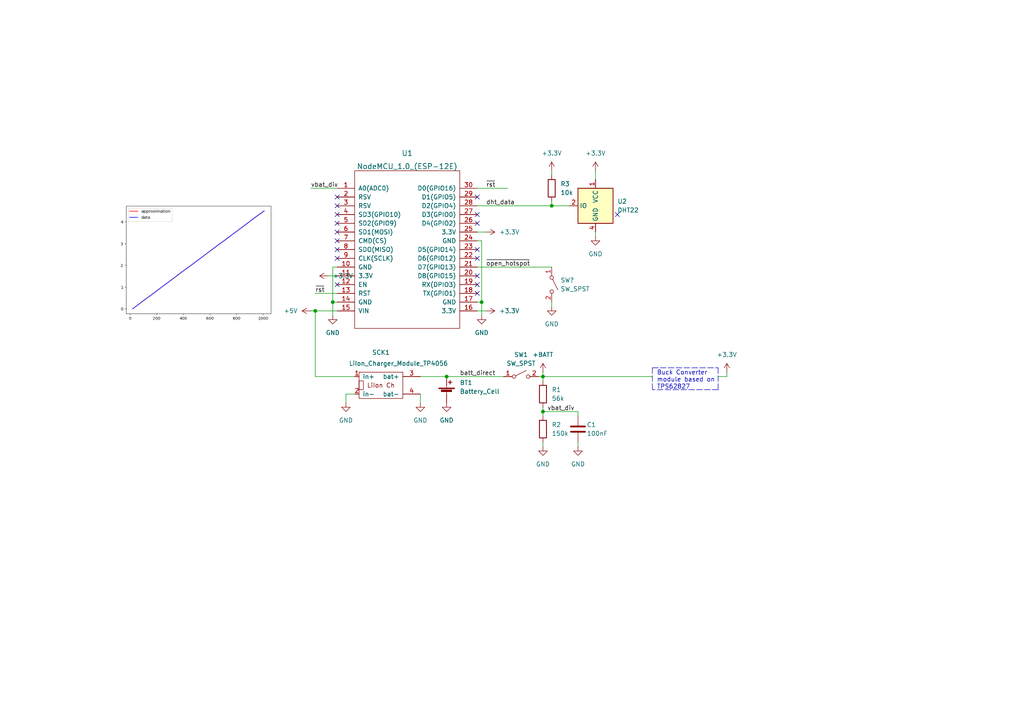
<source format=kicad_sch>
(kicad_sch (version 20211123) (generator eeschema)
  (paper "A4")
  (lib_symbols
    (symbol "Device:Battery_Cell" (pin_numbers hide) (pin_names (offset 0) hide)
      (property "Reference" "BT" (at 2.54 2.54 0))
      (property "Value" "Battery_Cell" (at 2.54 0 0))
      (symbol "Battery_Cell_0_1"
        (rectangle (start -2.286 1.778) (end 2.286 1.524) (fill (type outline)))
        (rectangle (start -1.5748 1.1938) (end 1.4732 0.6858) (fill (type outline)))
        (polyline (pts (xy 0 0.762) (xy 0 0)))
        (polyline (pts (xy 0 1.778) (xy 0 2.54)))
        (polyline (pts (xy 0.508 3.429) (xy 1.524 3.429)) (stroke (width 0.254)))
        (polyline (pts (xy 1.016 3.937) (xy 1.016 2.921)) (stroke (width 0.254)))
      )
      (symbol "Battery_Cell_1_1"
        (pin passive line (at 0 5.08 270) (length 2.54) (name "+") (number "1"))
        (pin passive line (at 0 -2.54 90) (length 2.54) (name "-") (number "2"))
      )
    )
    (symbol "Device:C" (pin_numbers hide) (pin_names (offset 0.254))
      (property "Reference" "C" (at 0.635 2.54 0))
      (property "Value" "C" (at 0.635 -2.54 0))
      (symbol "C_0_1"
        (polyline (pts (xy -2.032 -0.762) (xy 2.032 -0.762)) (stroke (width 0.508)))
        (polyline (pts (xy -2.032 0.762) (xy 2.032 0.762)) (stroke (width 0.508)))
      )
      (symbol "C_1_1"
        (pin passive line (at 0 3.81 270) (length 2.794) (name "~") (number "1"))
        (pin passive line (at 0 -3.81 90) (length 2.794) (name "~") (number "2"))
      )
    )
    (symbol "Device:R" (pin_numbers hide) (pin_names (offset 0))
      (property "Reference" "R" (at 2.032 0 90))
      (property "Value" "R" (at 0 0 90))
      (symbol "R_0_1"
        (rectangle (start -1.016 -2.54) (end 1.016 2.54) (stroke (width 0.254)))
      )
      (symbol "R_1_1"
        (pin passive line (at 0 3.81 270) (length 1.27) (name "~") (number "1"))
        (pin passive line (at 0 -3.81 90) (length 1.27) (name "~") (number "2"))
      )
    )
    (symbol "ESP8266:NodeMCU_1.0_(ESP-12E)" (pin_names (offset 1.016))
      (property "Reference" "U" (at 0 21.59 0))
      (property "Value" "NodeMCU_1.0_(ESP-12E)" (at 0 -21.59 0))
      (symbol "NodeMCU_1.0_(ESP-12E)_0_1"
        (rectangle (start -15.24 -22.86) (end 15.24 22.86))
      )
      (symbol "NodeMCU_1.0_(ESP-12E)_1_1"
        (pin input line (at -20.32 17.78 0) (length 5.08) (name "A0(ADC0)") (number "1"))
        (pin input line (at -20.32 -5.08 0) (length 5.08) (name "GND") (number "10"))
        (pin power_out line (at -20.32 -7.62 0) (length 5.08) (name "3.3V") (number "11"))
        (pin input line (at -20.32 -10.16 0) (length 5.08) (name "EN") (number "12"))
        (pin input line (at -20.32 -12.7 0) (length 5.08) (name "RST") (number "13"))
        (pin power_in line (at -20.32 -15.24 0) (length 5.08) (name "GND") (number "14"))
        (pin power_in line (at -20.32 -17.78 0) (length 5.08) (name "VIN") (number "15"))
        (pin power_out line (at 20.32 -17.78 180) (length 5.08) (name "3.3V") (number "16"))
        (pin power_in line (at 20.32 -15.24 180) (length 5.08) (name "GND") (number "17"))
        (pin bidirectional line (at 20.32 -12.7 180) (length 5.08) (name "TX(GPIO1)") (number "18"))
        (pin bidirectional line (at 20.32 -10.16 180) (length 5.08) (name "RX(DPIO3)") (number "19"))
        (pin input line (at -20.32 15.24 0) (length 5.08) (name "RSV") (number "2"))
        (pin bidirectional line (at 20.32 -7.62 180) (length 5.08) (name "D8(GPIO15)") (number "20"))
        (pin bidirectional line (at 20.32 -5.08 180) (length 5.08) (name "D7(GPIO13)") (number "21"))
        (pin bidirectional line (at 20.32 -2.54 180) (length 5.08) (name "D6(GPIO12)") (number "22"))
        (pin bidirectional line (at 20.32 0 180) (length 5.08) (name "D5(GPIO14)") (number "23"))
        (pin power_in line (at 20.32 2.54 180) (length 5.08) (name "GND") (number "24"))
        (pin power_out line (at 20.32 5.08 180) (length 5.08) (name "3.3V") (number "25"))
        (pin bidirectional line (at 20.32 7.62 180) (length 5.08) (name "D4(GPIO2)") (number "26"))
        (pin bidirectional line (at 20.32 10.16 180) (length 5.08) (name "D3(GPIO0)") (number "27"))
        (pin bidirectional line (at 20.32 12.7 180) (length 5.08) (name "D2(GPIO4)") (number "28"))
        (pin bidirectional line (at 20.32 15.24 180) (length 5.08) (name "D1(GPIO5)") (number "29"))
        (pin input line (at -20.32 12.7 0) (length 5.08) (name "RSV") (number "3"))
        (pin bidirectional line (at 20.32 17.78 180) (length 5.08) (name "D0(GPIO16)") (number "30"))
        (pin bidirectional line (at -20.32 10.16 0) (length 5.08) (name "SD3(GPIO10)") (number "4"))
        (pin bidirectional line (at -20.32 7.62 0) (length 5.08) (name "SD2(GPIO9)") (number "5"))
        (pin bidirectional line (at -20.32 5.08 0) (length 5.08) (name "SD1(MOSI)") (number "6"))
        (pin bidirectional line (at -20.32 2.54 0) (length 5.08) (name "CMD(CS)") (number "7"))
        (pin bidirectional line (at -20.32 0 0) (length 5.08) (name "SDO(MISO)") (number "8"))
        (pin bidirectional line (at -20.32 -2.54 0) (length 5.08) (name "CLK(SCLK)") (number "9"))
      )
    )
    (symbol "GND_1" (power) (pin_numbers hide) (pin_names (offset 0) hide)
      (property "Value" "GND_1" (at 0 -3.81 0))
      (symbol "GND_1_0_1"
        (polyline (pts (xy 0 0) (xy 0 -1.27) (xy 1.27 -1.27) (xy 0 -2.54) (xy -1.27 -1.27) (xy 0 -1.27)))
      )
      (symbol "GND_1_1_1"
        (pin power_in line (at 0 0 270) (length 0) hide (name "GND") (number "1"))
      )
    )
    (symbol "Sensor:DHT11"
      (property "Reference" "U" (at -3.81 6.35 0))
      (property "Value" "DHT11" (at 3.81 6.35 0))
      (symbol "DHT11_0_1"
        (rectangle (start -5.08 5.08) (end 5.08 -5.08) (stroke (width 0.254)) (fill (type background)))
      )
      (symbol "DHT11_1_1"
        (pin power_in line (at 0 7.62 270) (length 2.54) (name "VCC") (number "1"))
        (pin bidirectional line (at 7.62 0 180) (length 2.54) (name "IO") (number "2"))
        (pin no_connect line (at -5.08 0 0) (length 2.54) hide (name "NC") (number "3"))
        (pin power_in line (at 0 -7.62 90) (length 2.54) (name "GND") (number "4"))
      )
    )
    (symbol "Switch:SW_SPST" (pin_names (offset 0) hide)
      (property "Reference" "SW" (at 0 3.175 0))
      (property "Value" "SW_SPST" (at 0 -2.54 0))
      (symbol "SW_SPST_0_0"
        (circle (center -2.032 0) (radius 0.508))
        (polyline (pts (xy -1.524 0.254) (xy 1.524 1.778)))
        (circle (center 2.032 0) (radius 0.508))
      )
      (symbol "SW_SPST_1_1"
        (pin passive line (at -5.08 0 0) (length 2.54) (name "A") (number "1"))
        (pin passive line (at 5.08 0 180) (length 2.54) (name "B") (number "2"))
      )
    )
    (symbol "g7_module_kicad6:LiIon_Charger_Module_TP4056" (pin_names (offset 1.016))
      (property "Reference" "SCK?" (at 1.905 8.255 0))
      (property "Value" "LiIon_Charger_Module_TP4056" (at 1.905 5.9436 0))
      (symbol "LiIon_Charger_Module_TP4056_0_0"
        (text "LiIon Ch" (at 0 0 0) (effects (font (size 1.27 1.27))))
      )
      (symbol "LiIon_Charger_Module_TP4056_0_1"
        (rectangle (start -6.35 1.27) (end -5.08 -1.27))
        (rectangle (start -6.35 3.81) (end 6.35 -3.81))
      )
      (symbol "LiIon_Charger_Module_TP4056_1_1"
        (pin power_in line (at -7.62 2.54 0) (length 1.27) (name "in+") (number "1"))
        (pin power_in line (at -7.62 -2.54 0) (length 1.27) (name "in-") (number "2"))
        (pin power_out line (at 11.43 2.54 180) (length 5.08) (name "bat+") (number "3"))
        (pin power_in line (at 11.43 -2.54 180) (length 5.08) (name "bat-") (number "4"))
      )
    )
    (symbol "power:+3.3V" (power) (pin_names (offset 0))
      (property "Value" "+3.3V" (at 0 3.556 0))
      (symbol "+3.3V_0_1"
        (polyline (pts (xy -0.762 1.27) (xy 0 2.54)))
        (polyline (pts (xy 0 0) (xy 0 2.54)))
        (polyline (pts (xy 0 2.54) (xy 0.762 1.27)))
      )
      (symbol "+3.3V_1_1"
        (pin power_in line (at 0 0 90) (length 0) hide (name "+3.3V") (number "1"))
      )
    )
    (symbol "power:+5V" (power) (pin_names (offset 0))
      (property "Value" "+5V" (at 0 3.556 0))
      (symbol "+5V_0_1"
        (polyline (pts (xy -0.762 1.27) (xy 0 2.54)))
        (polyline (pts (xy 0 0) (xy 0 2.54)))
        (polyline (pts (xy 0 2.54) (xy 0.762 1.27)))
      )
      (symbol "+5V_1_1"
        (pin power_in line (at 0 0 90) (length 0) hide (name "+5V") (number "1"))
      )
    )
    (symbol "power:+BATT" (power) (pin_names (offset 0))
      (property "Value" "+BATT" (at 0 3.556 0))
      (symbol "+BATT_0_1"
        (polyline (pts (xy -0.762 1.27) (xy 0 2.54)))
        (polyline (pts (xy 0 0) (xy 0 2.54)))
        (polyline (pts (xy 0 2.54) (xy 0.762 1.27)))
      )
      (symbol "+BATT_1_1"
        (pin power_in line (at 0 0 90) (length 0) hide (name "+BATT") (number "1"))
      )
    )
  )
  (junction (at 160.02 59.69))
  (junction (at 139.7 87.63))
  (junction (at 91.44 90.17))
  (junction (at 129.54 109.22))
  (junction (at 96.52 87.63))
  (junction (at 157.48 119.38))
  (junction (at 157.48 109.22))
  (no_connect (at 97.79 74.93))
  (no_connect (at 138.43 72.39))
  (no_connect (at 138.43 80.01))
  (no_connect (at 138.43 74.93))
  (no_connect (at 97.79 82.55))
  (no_connect (at 97.79 62.23))
  (no_connect (at 97.79 67.31))
  (no_connect (at 97.79 64.77))
  (no_connect (at 179.07 62.23))
  (no_connect (at 97.79 72.39))
  (no_connect (at 138.43 82.55))
  (no_connect (at 97.79 57.15))
  (no_connect (at 138.43 62.23))
  (no_connect (at 97.79 69.85))
  (no_connect (at 138.43 85.09))
  (no_connect (at 138.43 64.77))
  (no_connect (at 97.79 59.69))
  (no_connect (at 138.43 57.15))
  (wire (pts (xy 96.52 77.47) (xy 96.52 87.63)))
  (wire (pts (xy 121.92 116.84) (xy 121.92 114.3)))
  (wire (pts (xy 157.48 119.38) (xy 167.64 119.38)))
  (wire (pts (xy 138.43 87.63) (xy 139.7 87.63)))
  (wire (pts (xy 160.02 58.42) (xy 160.02 59.69)))
  (wire (pts (xy 157.48 109.22) (xy 157.48 110.49)))
  (wire (pts (xy 129.54 109.22) (xy 146.05 109.22)))
  (wire (pts (xy 97.79 85.09) (xy 91.44 85.09)))
  (wire (pts (xy 138.43 69.85) (xy 139.7 69.85)))
  (wire (pts (xy 91.44 109.22) (xy 102.87 109.22)))
  (wire (pts (xy 160.02 49.53) (xy 160.02 50.8)))
  (wire (pts (xy 100.33 114.3) (xy 100.33 116.84)))
  (wire (pts (xy 97.79 77.47) (xy 96.52 77.47)))
  (wire (pts (xy 91.44 90.17) (xy 91.44 109.22)))
  (wire (pts (xy 157.48 107.95) (xy 157.48 109.22)))
  (wire (pts (xy 160.02 59.69) (xy 165.1 59.69)))
  (wire (pts (xy 96.52 87.63) (xy 97.79 87.63)))
  (wire (pts (xy 96.52 87.63) (xy 96.52 91.44)))
  (wire (pts (xy 139.7 69.85) (xy 139.7 87.63)))
  (wire (pts (xy 157.48 118.11) (xy 157.48 119.38)))
  (wire (pts (xy 172.72 67.31) (xy 172.72 68.58)))
  (polyline (pts (xy 189.23 106.68) (xy 189.23 113.03)))
  (wire (pts (xy 160.02 87.63) (xy 160.02 88.9)))
  (wire (pts (xy 156.21 109.22) (xy 157.48 109.22)))
  (wire (pts (xy 138.43 59.69) (xy 160.02 59.69)))
  (wire (pts (xy 102.87 114.3) (xy 100.33 114.3)))
  (wire (pts (xy 138.43 77.47) (xy 160.02 77.47)))
  (wire (pts (xy 95.25 80.01) (xy 97.79 80.01)))
  (wire (pts (xy 210.82 107.95) (xy 210.82 109.22)))
  (wire (pts (xy 121.92 109.22) (xy 129.54 109.22)))
  (wire (pts (xy 157.48 128.27) (xy 157.48 129.54)))
  (wire (pts (xy 139.7 87.63) (xy 139.7 91.44)))
  (wire (pts (xy 138.43 90.17) (xy 140.97 90.17)))
  (wire (pts (xy 167.64 119.38) (xy 167.64 120.65)))
  (polyline (pts (xy 189.23 106.68) (xy 208.28 106.68)))
  (wire (pts (xy 208.28 109.22) (xy 210.82 109.22)))
  (polyline (pts (xy 208.28 106.68) (xy 208.28 113.03)))
  (wire (pts (xy 138.43 67.31) (xy 140.97 67.31)))
  (wire (pts (xy 157.48 109.22) (xy 189.23 109.22)))
  (wire (pts (xy 91.44 90.17) (xy 97.79 90.17)))
  (wire (pts (xy 90.17 54.61) (xy 97.79 54.61)))
  (wire (pts (xy 138.43 54.61) (xy 147.32 54.61)))
  (polyline (pts (xy 208.28 113.03) (xy 189.23 113.03)))
  (wire (pts (xy 167.64 128.27) (xy 167.64 129.54)))
  (wire (pts (xy 172.72 49.53) (xy 172.72 52.07)))
  (wire (pts (xy 157.48 119.38) (xy 157.48 120.65)))
  (wire (pts (xy 90.17 90.17) (xy 91.44 90.17)))
  (image (at 57.15 76.2))
  (text "Buck Converter\nmodule based on\nTPS62827\n" (at 190.5 113.03 0) (effects (font (size 1.27 1.27)) (justify left bottom)))
  (label "~{rst}" (at 140.97 54.61 0))
  (label "batt_direct" (at 133.35 109.22 0))
  (label "vbat_div" (at 90.17 54.61 0))
  (label "dht_data" (at 140.97 59.69 0))
  (label "~{rst}" (at 91.44 85.09 0))
  (label "~{open_hotspot}" (at 140.97 77.47 0))
  (label "vbat_div" (at 158.75 119.38 0))
  (symbol (lib_id "power:+3.3V") (at 95.25 80.01 90) (unit 1)
    (property "Reference" "#PWR02" (effects hide))
    (property "Value" "+3.3V" (at 96.52 80.0099 90) (effects (justify right)))
  )
  (symbol (lib_name "GND_1") (lib_id "power:GND") (at 172.72 68.58 0) (unit 1)
    (property "Reference" "#PWR015" (effects hide))
    (property "Value" "GND" (at 172.72 73.66 0))
  )
  (symbol (lib_id "power:+3.3V") (at 210.82 107.95 0) (unit 1)
    (property "Reference" "#PWR018" (effects hide))
    (property "Value" "+3.3V" (at 210.82 102.87 0))
  )
  (symbol (lib_name "GND_1") (lib_id "power:GND") (at 96.52 91.44 0) (unit 1)
    (property "Reference" "#PWR03" (effects hide))
    (property "Value" "GND" (at 96.52 96.52 0))
  )
  (symbol (lib_id "Device:R") (at 157.48 124.46 0) (unit 1)
    (property "Reference" "R2" (at 160.02 123.1899 0) (effects (justify left)))
    (property "Value" "150k" (at 160.02 125.7299 0) (effects (justify left)))
    (property "Footprint" "Resistor_THT:R_Axial_DIN0309_L9.0mm_D3.2mm_P2.54mm_Vertical" (effects hide))
  )
  (symbol (lib_name "GND_1") (lib_id "power:GND") (at 100.33 116.84 0) (unit 1)
    (property "Reference" "#PWR04" (effects hide))
    (property "Value" "GND" (at 100.33 121.92 0))
  )
  (symbol (lib_id "power:+3.3V") (at 172.72 49.53 0) (unit 1)
    (property "Reference" "#PWR014" (effects hide))
    (property "Value" "+3.3V" (at 172.72 44.45 0))
  )
  (symbol (lib_name "GND_1") (lib_id "power:GND") (at 157.48 129.54 0) (unit 1)
    (property "Reference" "#PWR011" (effects hide))
    (property "Value" "GND" (at 157.48 134.62 0))
  )
  (symbol (lib_id "Sensor:DHT11") (at 172.72 59.69 0) (mirror y) (unit 1)
    (property "Reference" "U2" (at 179.07 58.4199 0) (effects (justify right)))
    (property "Value" "DHT22" (at 179.07 60.9599 0) (effects (justify right)))
    (property "Footprint" "Sensor:Aosong_DHT11_5.5x12.0_P2.54mm" (effects hide))
    (property "Datasheet" "http://akizukidenshi.com/download/ds/aosong/DHT11.pdf" (effects hide))
  )
  (symbol (lib_name "GND_1") (lib_id "power:GND") (at 167.64 129.54 0) (unit 1)
    (property "Reference" "#PWR013" (effects hide))
    (property "Value" "GND" (at 167.64 134.62 0))
  )
  (symbol (lib_name "GND_1") (lib_id "power:GND") (at 121.92 116.84 0) (unit 1)
    (property "Reference" "#PWR05" (effects hide))
    (property "Value" "GND" (at 121.92 121.92 0))
  )
  (symbol (lib_id "Device:R") (at 160.02 54.61 0) (unit 1)
    (property "Reference" "R3" (at 162.56 53.3399 0) (effects (justify left)))
    (property "Value" "10k" (at 162.56 55.8799 0) (effects (justify left)))
    (property "Footprint" "Resistor_THT:R_Axial_DIN0309_L9.0mm_D3.2mm_P2.54mm_Vertical" (effects hide))
  )
  (symbol (lib_id "power:+3.3V") (at 140.97 67.31 270) (unit 1)
    (property "Reference" "#PWR08" (effects hide))
    (property "Value" "+3.3V" (at 144.78 67.3099 90) (effects (justify left)))
  )
  (symbol (lib_name "GND_1") (lib_id "power:GND") (at 139.7 91.44 0) (unit 1)
    (property "Reference" "#PWR07" (effects hide))
    (property "Value" "GND" (at 139.7 96.52 0))
  )
  (symbol (lib_id "Device:R") (at 157.48 114.3 0) (unit 1)
    (property "Reference" "R1" (at 160.02 113.0299 0) (effects (justify left)))
    (property "Value" "56k" (at 160.02 115.5699 0) (effects (justify left)))
    (property "Footprint" "Resistor_THT:R_Axial_DIN0309_L9.0mm_D3.2mm_P2.54mm_Vertical" (effects hide))
  )
  (symbol (lib_id "Device:C") (at 167.64 124.46 0) (unit 1)
    (property "Reference" "C1" (at 170.18 123.19 0) (effects (justify left)))
    (property "Value" "100nF" (at 170.18 125.73 0) (effects (justify left)))
    (property "Footprint" "Capacitor_SMD:C_0201_0603Metric_Pad0.64x0.40mm_HandSolder" (effects hide))
  )
  (symbol (lib_id "ESP8266:NodeMCU_1.0_(ESP-12E)") (at 118.11 72.39 0) (unit 1)
    (property "Reference" "U1" (at 118.11 44.45 0) (effects (font (size 1.524 1.524))))
    (property "Value" "NodeMCU_1.0_(ESP-12E)" (at 118.11 48.26 0) (effects (font (size 1.524 1.524))))
    (property "Footprint" "g7_modules:NodeMCU1.0(12-E)" (effects hide))
  )
  (symbol (lib_id "Device:Battery_Cell") (at 129.54 114.3 0) (unit 1)
    (property "Reference" "BT1" (at 133.35 110.9979 0) (effects (justify left)))
    (property "Value" "Battery_Cell" (at 133.35 113.5379 0) (effects (justify left)))
  )
  (symbol (lib_name "GND_1") (lib_id "power:GND") (at 129.54 116.84 0) (unit 1)
    (property "Reference" "#PWR06" (effects hide))
    (property "Value" "GND" (at 129.54 121.92 0))
  )
  (symbol (lib_name "GND_1") (lib_id "power:GND") (at 160.02 88.9 0) (unit 1)
    (property "Reference" "#PWR?" (effects hide))
    (property "Value" "GND" (at 160.02 93.98 0))
  )
  (symbol (lib_id "g7_module_kicad6:LiIon_Charger_Module_TP4056") (at 110.49 111.76 0) (unit 1)
    (property "Reference" "SCK1" (at 110.49 102.235 0))
    (property "Value" "LiIon_Charger_Module_TP4056" (at 115.57 105.41 0))
    (property "Datasheet" "$G7_DATASHEETS/Module/charger_TP4056_Mini-USB_Datenblatt_AZ-Delivery_Vertriebs_GmbH.pdf" (effects hide))
  )
  (symbol (lib_id "power:+BATT") (at 157.48 107.95 0) (unit 1)
    (property "Reference" "#PWR010" (effects hide))
    (property "Value" "+BATT" (at 157.48 102.87 0))
  )
  (symbol (lib_id "power:+5V") (at 90.17 90.17 90) (unit 1)
    (property "Reference" "#PWR01" (effects hide))
    (property "Value" "+5V" (at 86.36 90.1699 90) (effects (justify left)))
  )
  (symbol (lib_id "power:+3.3V") (at 140.97 90.17 270) (unit 1)
    (property "Reference" "#PWR09" (effects hide))
    (property "Value" "+3.3V" (at 144.78 90.1699 90) (effects (justify left)))
  )
  (symbol (lib_id "Switch:SW_SPST") (at 151.13 109.22 0) (unit 1)
    (property "Reference" "SW1" (at 151.13 102.87 0))
    (property "Value" "SW_SPST" (at 151.13 105.41 0))
  )
  (symbol (lib_id "power:+3.3V") (at 160.02 49.53 0) (unit 1)
    (property "Reference" "#PWR012" (effects hide))
    (property "Value" "+3.3V" (at 160.02 44.45 0))
  )
  (symbol (lib_id "Switch:SW_SPST") (at 160.02 82.55 270) (unit 1)
    (property "Reference" "SW?" (at 162.56 81.2799 90) (effects (justify left)))
    (property "Value" "SW_SPST" (at 162.56 83.8199 90) (effects (justify left)))
  )
)
</source>
